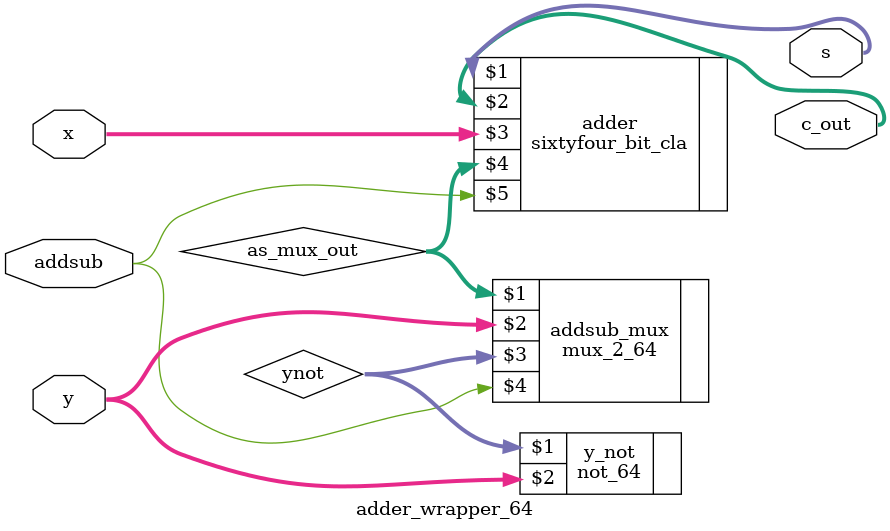
<source format=v>
module adder_wrapper_64(s, c_out, x, y, addsub);

	input[63:0] x, y;
	input addsub;
	output[63:0] s, c_out;
	wire[63:0] ynot, as_mux_out;
	
	not_64 y_not(ynot, y);
	
	mux_2_64 addsub_mux(as_mux_out, y, ynot, addsub);
	
	sixtyfour_bit_cla adder(s, c_out, x, as_mux_out, addsub);
	
endmodule

</source>
